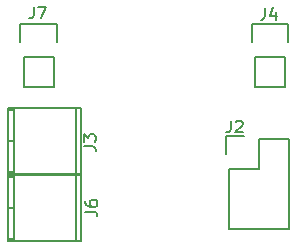
<source format=gto>
G04 #@! TF.FileFunction,Legend,Top*
%FSLAX46Y46*%
G04 Gerber Fmt 4.6, Leading zero omitted, Abs format (unit mm)*
G04 Created by KiCad (PCBNEW 4.0.4-1.fc24-product) date Tue Aug 28 16:43:53 2018*
%MOMM*%
%LPD*%
G01*
G04 APERTURE LIST*
%ADD10C,0.100000*%
%ADD11C,0.150000*%
G04 APERTURE END LIST*
D10*
D11*
X128570000Y-82270000D02*
X128570000Y-84810000D01*
X128850000Y-79450000D02*
X128850000Y-81000000D01*
X128570000Y-82270000D02*
X126030000Y-82270000D01*
X125750000Y-81000000D02*
X125750000Y-79450000D01*
X125750000Y-79450000D02*
X128850000Y-79450000D01*
X126030000Y-82270000D02*
X126030000Y-84810000D01*
X126030000Y-84810000D02*
X128570000Y-84810000D01*
X123830000Y-91770000D02*
X123830000Y-96850000D01*
X123550000Y-88950000D02*
X125100000Y-88950000D01*
X126370000Y-89230000D02*
X126370000Y-91770000D01*
X126370000Y-91770000D02*
X123830000Y-91770000D01*
X123830000Y-96850000D02*
X128910000Y-96850000D01*
X128910000Y-96850000D02*
X128910000Y-91770000D01*
X123550000Y-88950000D02*
X123550000Y-90500000D01*
X128910000Y-89230000D02*
X126370000Y-89230000D01*
X128910000Y-91770000D02*
X128910000Y-89230000D01*
X108970000Y-82270000D02*
X108970000Y-84810000D01*
X109250000Y-79450000D02*
X109250000Y-81000000D01*
X108970000Y-82270000D02*
X106430000Y-82270000D01*
X106150000Y-81000000D02*
X106150000Y-79450000D01*
X106150000Y-79450000D02*
X109250000Y-79450000D01*
X106430000Y-82270000D02*
X106430000Y-84810000D01*
X106430000Y-84810000D02*
X108970000Y-84810000D01*
X105599040Y-92169080D02*
X105599040Y-86570920D01*
X105101200Y-86769040D02*
X105599040Y-86769040D01*
X105599040Y-91970960D02*
X105101200Y-91970960D01*
X105101200Y-89370000D02*
X105599040Y-89370000D01*
X110900020Y-86570920D02*
X110900020Y-92169080D01*
X105101200Y-86570920D02*
X105101200Y-92169080D01*
X105101200Y-92169080D02*
X111298800Y-92169080D01*
X111298800Y-92169080D02*
X111298800Y-86570920D01*
X111298800Y-86570920D02*
X105101200Y-86570920D01*
X105599040Y-97869080D02*
X105599040Y-92270920D01*
X105101200Y-92469040D02*
X105599040Y-92469040D01*
X105599040Y-97670960D02*
X105101200Y-97670960D01*
X105101200Y-95070000D02*
X105599040Y-95070000D01*
X110900020Y-92270920D02*
X110900020Y-97869080D01*
X105101200Y-92270920D02*
X105101200Y-97869080D01*
X105101200Y-97869080D02*
X111298800Y-97869080D01*
X111298800Y-97869080D02*
X111298800Y-92270920D01*
X111298800Y-92270920D02*
X105101200Y-92270920D01*
X126866667Y-78102381D02*
X126866667Y-78816667D01*
X126819047Y-78959524D01*
X126723809Y-79054762D01*
X126580952Y-79102381D01*
X126485714Y-79102381D01*
X127771429Y-78435714D02*
X127771429Y-79102381D01*
X127533333Y-78054762D02*
X127295238Y-78769048D01*
X127914286Y-78769048D01*
X123966667Y-87652381D02*
X123966667Y-88366667D01*
X123919047Y-88509524D01*
X123823809Y-88604762D01*
X123680952Y-88652381D01*
X123585714Y-88652381D01*
X124395238Y-87747619D02*
X124442857Y-87700000D01*
X124538095Y-87652381D01*
X124776191Y-87652381D01*
X124871429Y-87700000D01*
X124919048Y-87747619D01*
X124966667Y-87842857D01*
X124966667Y-87938095D01*
X124919048Y-88080952D01*
X124347619Y-88652381D01*
X124966667Y-88652381D01*
X107266667Y-78002381D02*
X107266667Y-78716667D01*
X107219047Y-78859524D01*
X107123809Y-78954762D01*
X106980952Y-79002381D01*
X106885714Y-79002381D01*
X107647619Y-78002381D02*
X108314286Y-78002381D01*
X107885714Y-79002381D01*
X111527382Y-89833333D02*
X112241668Y-89833333D01*
X112384525Y-89880953D01*
X112479763Y-89976191D01*
X112527382Y-90119048D01*
X112527382Y-90214286D01*
X111527382Y-89452381D02*
X111527382Y-88833333D01*
X111908334Y-89166667D01*
X111908334Y-89023809D01*
X111955953Y-88928571D01*
X112003572Y-88880952D01*
X112098811Y-88833333D01*
X112336906Y-88833333D01*
X112432144Y-88880952D01*
X112479763Y-88928571D01*
X112527382Y-89023809D01*
X112527382Y-89309524D01*
X112479763Y-89404762D01*
X112432144Y-89452381D01*
X111652381Y-95373333D02*
X112366667Y-95373333D01*
X112509524Y-95420953D01*
X112604762Y-95516191D01*
X112652381Y-95659048D01*
X112652381Y-95754286D01*
X111652381Y-94468571D02*
X111652381Y-94659048D01*
X111700000Y-94754286D01*
X111747619Y-94801905D01*
X111890476Y-94897143D01*
X112080952Y-94944762D01*
X112461905Y-94944762D01*
X112557143Y-94897143D01*
X112604762Y-94849524D01*
X112652381Y-94754286D01*
X112652381Y-94563809D01*
X112604762Y-94468571D01*
X112557143Y-94420952D01*
X112461905Y-94373333D01*
X112223810Y-94373333D01*
X112128571Y-94420952D01*
X112080952Y-94468571D01*
X112033333Y-94563809D01*
X112033333Y-94754286D01*
X112080952Y-94849524D01*
X112128571Y-94897143D01*
X112223810Y-94944762D01*
M02*

</source>
